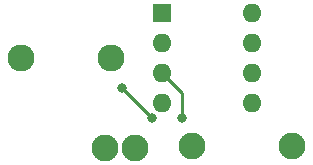
<source format=gbr>
%TF.GenerationSoftware,KiCad,Pcbnew,7.0.6-0*%
%TF.CreationDate,2023-08-01T21:24:21-04:00*%
%TF.ProjectId,Light_Alarm,4c696768-745f-4416-9c61-726d2e6b6963,rev?*%
%TF.SameCoordinates,Original*%
%TF.FileFunction,Copper,L2,Bot*%
%TF.FilePolarity,Positive*%
%FSLAX46Y46*%
G04 Gerber Fmt 4.6, Leading zero omitted, Abs format (unit mm)*
G04 Created by KiCad (PCBNEW 7.0.6-0) date 2023-08-01 21:24:21*
%MOMM*%
%LPD*%
G01*
G04 APERTURE LIST*
G04 Aperture macros list*
%AMFreePoly0*
4,1,35,0.312797,1.099367,0.509479,1.023172,0.688811,0.912134,0.844687,0.770034,0.971798,0.601712,1.065816,0.412899,1.123538,0.210026,1.143000,0.000000,1.123538,-0.210026,1.065816,-0.412899,0.971798,-0.601712,0.844687,-0.770034,0.688811,-0.912134,0.509479,-1.023172,0.312797,-1.099367,0.105463,-1.138124,-0.105463,-1.138124,-0.312797,-1.099367,-0.509479,-1.023172,-0.688811,-0.912134,
-0.844687,-0.770034,-0.971798,-0.601712,-1.065816,-0.412899,-1.123538,-0.210026,-1.143000,0.000000,-1.123538,0.210026,-1.065816,0.412899,-0.971798,0.601712,-0.844687,0.770034,-0.688811,0.912134,-0.509479,1.023172,-0.312797,1.099367,-0.105463,1.138124,0.105463,1.138124,0.312797,1.099367,0.312797,1.099367,$1*%
G04 Aperture macros list end*
%TA.AperFunction,ComponentPad*%
%ADD10C,2.286000*%
%TD*%
%TA.AperFunction,ComponentPad*%
%ADD11R,1.600000X1.600000*%
%TD*%
%TA.AperFunction,ComponentPad*%
%ADD12O,1.600000X1.600000*%
%TD*%
%TA.AperFunction,ComponentPad*%
%ADD13FreePoly0,0.000000*%
%TD*%
%TA.AperFunction,ViaPad*%
%ADD14C,0.800000*%
%TD*%
%TA.AperFunction,Conductor*%
%ADD15C,0.250000*%
%TD*%
G04 APERTURE END LIST*
D10*
%TO.P,U3,1,VCC*%
%TO.N,Net-(U1-XTAL1{slash}PB3)*%
X143865000Y-93980000D03*
%TO.P,U3,2,GND*%
%TO.N,Net-(U1-GND)*%
X151465000Y-93980000D03*
%TD*%
D11*
%TO.P,U1,1,~{RESET}/PB5*%
%TO.N,unconnected-(U1-~{RESET}{slash}PB5-Pad1)*%
X155815000Y-90215000D03*
D12*
%TO.P,U1,2,XTAL1/PB3*%
%TO.N,Net-(U1-XTAL1{slash}PB3)*%
X155815000Y-92755000D03*
%TO.P,U1,3,XTAL2/PB4*%
%TO.N,Net-(U1-XTAL2{slash}PB4)*%
X155815000Y-95295000D03*
%TO.P,U1,4,GND*%
%TO.N,Net-(U1-GND)*%
X155815000Y-97835000D03*
%TO.P,U1,5,AREF/PB0*%
%TO.N,unconnected-(U1-AREF{slash}PB0-Pad5)*%
X163435000Y-97835000D03*
%TO.P,U1,6,PB1*%
%TO.N,unconnected-(U1-PB1-Pad6)*%
X163435000Y-95295000D03*
%TO.P,U1,7,PB2*%
%TO.N,unconnected-(U1-PB2-Pad7)*%
X163435000Y-92755000D03*
%TO.P,U1,8,VCC*%
%TO.N,Net-(U1-VCC)*%
X163435000Y-90215000D03*
%TD*%
D13*
%TO.P,R2,1*%
%TO.N,Net-(U1-XTAL2{slash}PB4)*%
X158310000Y-101500000D03*
%TO.P,R2,2*%
%TO.N,Net-(U1-GND)*%
X166810000Y-101500000D03*
%TD*%
%TO.P,R1,1*%
%TO.N,Net-(U1-VCC)*%
X151000000Y-101600000D03*
%TO.P,R1,2*%
%TO.N,Net-(U1-XTAL2{slash}PB4)*%
X153540000Y-101600000D03*
%TD*%
D14*
%TO.N,Net-(U1-GND)*%
X154940000Y-99060000D03*
X152400000Y-96520000D03*
%TO.N,Net-(U1-XTAL2{slash}PB4)*%
X157480000Y-99060000D03*
%TD*%
D15*
%TO.N,Net-(U1-GND)*%
X152400000Y-96520000D02*
X154940000Y-99060000D01*
%TO.N,Net-(U1-XTAL2{slash}PB4)*%
X157480000Y-99060000D02*
X157480000Y-96960000D01*
X157480000Y-96960000D02*
X155815000Y-95295000D01*
%TD*%
M02*

</source>
